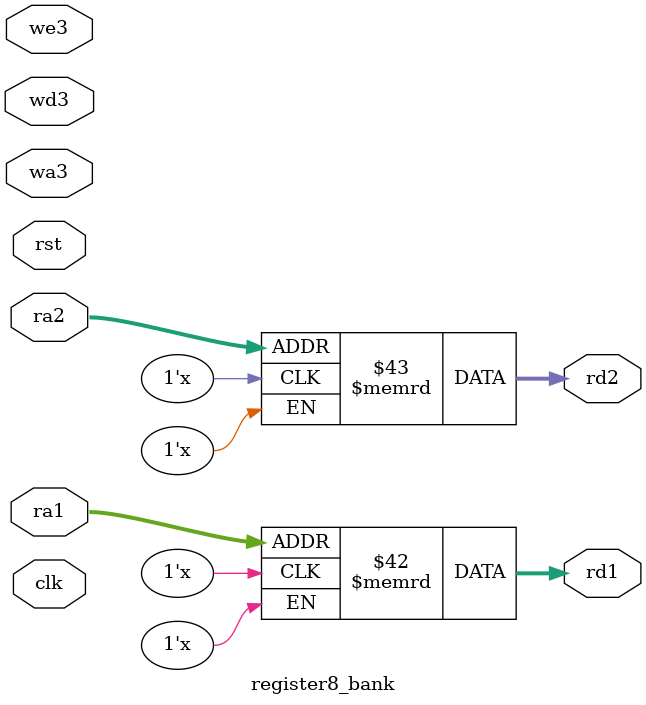
<source format=sv>
`timescale 1ns/1ps
module register8_bank(
    input logic clk, rst, we3,
    input logic [2:0]wa3,
    input logic [2:0]ra1, ra2,
    input logic [7:0]wd3,
    output logic [7:0] rd1, rd2

);

logic [7:0]X_in_word [7:0]; // Eight 8-bit arrays in a UNPACKED way a.k.a not in a contiguous interval of memory;
logic [7:0]X_out_word [7:0]; // Eight 8-bit arrays in a UNPACKED way a.k.a not in a contiguous interval of memory;


/*
    The following generate block creates 8 instances of the register8 module.
    Its input are the X_in_word unpacked array and its output is the X_out_word unpacked array.
*/
genvar i;
generate
    for(i=0; i<8; i=i+1) begin
        // In the following step we are creating an instance of the register8 module.
        // This register8 is being addressed according to the index i. So if i = 2, the address of register X2 will be 2 or 3'b010.
        register8 X(.clk(clk), .reset(1'b1), .in_word(X_in_word[i]), .out_word(X_out_word[i]));
    end
endgenerate

always_ff @(posedge clk) begin
    if(~rst) begin
        /*
            This If-Else block is exectuted whenever the rst signal is put the LOW state.
            The X_in_word is filled with 0's. 
            As this array is also the input of the instantiated register8 modules, its values are reseted as well.
        */
            int ind;
            for(ind=0; ind<8; ind=ind+1) begin
                X_in_word[ind] <= 8'b0;
            end
    end
     
    else if(we3) begin
        /*

            We have 8 register8 modules instantiated.
            To save a word in one of this instances, we use the X_in_word array.
            Each element of this array represents the input of a register8 instance. 
            As wa3 goes from 3'b000 to 3'b111, it means that wa3 assumes the decimal values from 0 to 7.
            This means that using wa3 as an index of the X_in_word array it's the same as using a decimal 
            number from 0 to 7 as an index.
        
        */


        X_in_word[wa3] <= wd3;
    end
end


always_comb 
begin
    rd1 = X_out_word[ra1];
    rd2 = X_out_word[ra2];
end



endmodule

</source>
